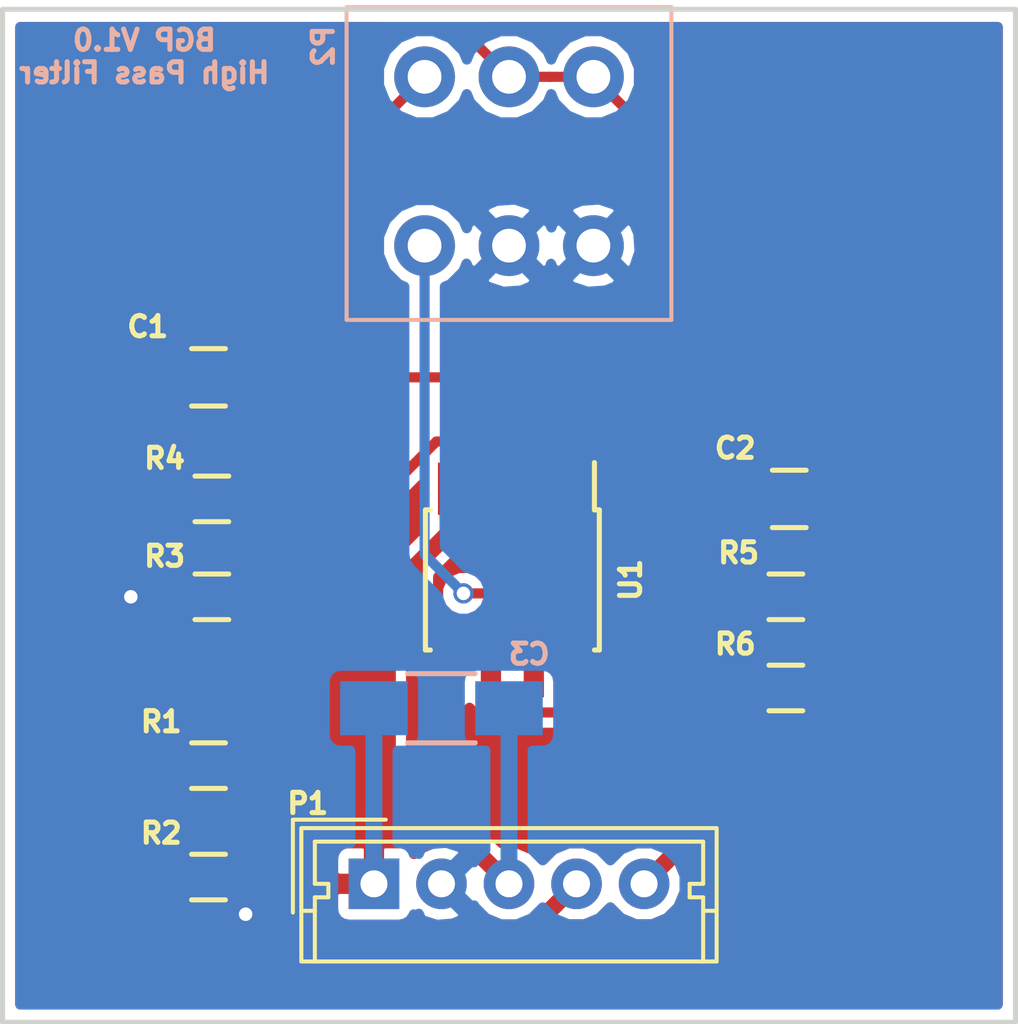
<source format=kicad_pcb>
(kicad_pcb (version 4) (host pcbnew 4.0.4-1.fc24-product)

  (general
    (links 26)
    (no_connects 0)
    (area 139.924999 48.505 170.075001 81.955)
    (thickness 1.6)
    (drawings 9)
    (tracks 71)
    (zones 0)
    (modules 12)
    (nets 12)
  )

  (page A4)
  (layers
    (0 F.Cu signal)
    (31 B.Cu signal)
    (32 B.Adhes user)
    (33 F.Adhes user)
    (34 B.Paste user)
    (35 F.Paste user)
    (36 B.SilkS user)
    (37 F.SilkS user)
    (38 B.Mask user)
    (39 F.Mask user)
    (40 Dwgs.User user)
    (41 Cmts.User user)
    (42 Eco1.User user)
    (43 Eco2.User user)
    (44 Edge.Cuts user)
    (45 Margin user)
    (46 B.CrtYd user)
    (47 F.CrtYd user)
    (48 B.Fab user)
    (49 F.Fab user)
  )

  (setup
    (last_trace_width 0.3)
    (trace_clearance 0.3)
    (zone_clearance 0.3)
    (zone_45_only no)
    (trace_min 0.3)
    (segment_width 0.2)
    (edge_width 0.15)
    (via_size 0.6)
    (via_drill 0.4)
    (via_min_size 0.4)
    (via_min_drill 0.3)
    (uvia_size 0.3)
    (uvia_drill 0.1)
    (uvias_allowed no)
    (uvia_min_size 0.2)
    (uvia_min_drill 0.1)
    (pcb_text_width 0.3)
    (pcb_text_size 1.5 1.5)
    (mod_edge_width 0.15)
    (mod_text_size 0.6 0.6)
    (mod_text_width 0.15)
    (pad_size 1.524 1.524)
    (pad_drill 0.762)
    (pad_to_mask_clearance 0.2)
    (aux_axis_origin 0 0)
    (visible_elements 7FFFFFFF)
    (pcbplotparams
      (layerselection 0x010f0_80000001)
      (usegerberextensions true)
      (excludeedgelayer true)
      (linewidth 0.100000)
      (plotframeref false)
      (viasonmask false)
      (mode 1)
      (useauxorigin false)
      (hpglpennumber 1)
      (hpglpenspeed 20)
      (hpglpendiameter 15)
      (hpglpenoverlay 2)
      (psnegative false)
      (psa4output false)
      (plotreference true)
      (plotvalue true)
      (plotinvisibletext false)
      (padsonsilk false)
      (subtractmaskfromsilk false)
      (outputformat 1)
      (mirror false)
      (drillshape 0)
      (scaleselection 1)
      (outputdirectory ../../GERBER/HPF_1/))
  )

  (net 0 "")
  (net 1 /VP_2)
  (net 2 /VP_1)
  (net 3 "Net-(C2-Pad1)")
  (net 4 /V+)
  (net 5 /V-)
  (net 6 Earth)
  (net 7 /IN)
  (net 8 /OUT)
  (net 9 "Net-(R1-Pad1)")
  (net 10 /VF_1)
  (net 11 "Net-(R6-Pad2)")

  (net_class Default "This is the default net class."
    (clearance 0.3)
    (trace_width 0.3)
    (via_dia 0.6)
    (via_drill 0.4)
    (uvia_dia 0.3)
    (uvia_drill 0.1)
    (add_net /VF_1)
    (add_net /VP_1)
    (add_net /VP_2)
    (add_net "Net-(C2-Pad1)")
    (add_net "Net-(R1-Pad1)")
    (add_net "Net-(R6-Pad2)")
  )

  (net_class PWR ""
    (clearance 0.3)
    (trace_width 0.5)
    (via_dia 0.6)
    (via_drill 0.4)
    (uvia_dia 0.3)
    (uvia_drill 0.1)
    (add_net /IN)
    (add_net /OUT)
    (add_net /V+)
    (add_net /V-)
    (add_net Earth)
  )

  (module LIBS:Potentiometer_Alps_RK097_Double_Vertical_Dual_Shaft (layer B.Cu) (tedit 5A5807DD) (tstamp 5A580992)
    (at 152.5 52 90)
    (descr "Potentiometer, vertically mounted, Omeg PC16PU, Omeg PC16PU, Omeg PC16PU, Vishay/Spectrol 248GJ/249GJ Single, Vishay/Spectrol 248GJ/249GJ Single, Vishay/Spectrol 248GJ/249GJ Single, Vishay/Spectrol 248GH/249GH Single, Vishay/Spectrol 148/149 Single, Vishay/Spectrol 148/149 Single, Vishay/Spectrol 148/149 Single, Vishay/Spectrol 148A/149A Single with mounting plates, Vishay/Spectrol 148/149 Double, Vishay/Spectrol 148A/149A Double with mounting plates, Piher PC-16 Single, Piher PC-16 Single, Piher PC-16 Single, Piher PC-16SV Single, Piher PC-16 Double, Piher PC-16 Triple, Piher T16H Single, Piher T16L Single, Piher T16H Double, Alps RK163 Single, Alps RK163 Double, Alps RK097 Single, Alps RK097 Double, http://www.alps.com/prod/info/E/HTML/Potentiometer/RotaryPotentiometers/RK097/RK09712100AV.html")
    (tags "Potentiometer vertical  Omeg PC16PU  Omeg PC16PU  Omeg PC16PU  Vishay/Spectrol 248GJ/249GJ Single  Vishay/Spectrol 248GJ/249GJ Single  Vishay/Spectrol 248GJ/249GJ Single  Vishay/Spectrol 248GH/249GH Single  Vishay/Spectrol 148/149 Single  Vishay/Spectrol 148/149 Single  Vishay/Spectrol 148/149 Single  Vishay/Spectrol 148A/149A Single with mounting plates  Vishay/Spectrol 148/149 Double  Vishay/Spectrol 148A/149A Double with mounting plates  Piher PC-16 Single  Piher PC-16 Single  Piher PC-16 Single  Piher PC-16SV Single  Piher PC-16 Double  Piher PC-16 Triple  Piher T16H Single  Piher T16L Single  Piher T16H Double  Alps RK163 Single  Alps RK163 Double  Alps RK097 Single  Alps RK097 Double Dual Shaft")
    (path /5A532055)
    (fp_text reference P2 (at 0.9 -3 90) (layer B.SilkS)
      (effects (font (size 0.6 0.6) (thickness 0.15)) (justify mirror))
    )
    (fp_text value CONN_01X06 (at 2.7 2.3 180) (layer B.Fab) hide
      (effects (font (size 0.6 0.6) (thickness 0.15)) (justify mirror))
    )
    (fp_line (start -7.0908 7.25) (end -7.0908 -2.25) (layer B.Fab) (width 0.1))
    (fp_line (start -7.08 -2.25) (end 2 -2.25) (layer B.Fab) (width 0.1))
    (fp_line (start 2 -2.25) (end 2 7.25) (layer B.Fab) (width 0.1))
    (fp_line (start 2 7.25) (end -7.08 7.25) (layer B.Fab) (width 0.1))
    (fp_line (start -7.2 7.31) (end 2.06 7.31) (layer B.SilkS) (width 0.12))
    (fp_line (start -7.2 -2.31) (end 2.06 -2.31) (layer B.SilkS) (width 0.12))
    (fp_line (start -7.2 7.31) (end -7.2 -2.31) (layer B.SilkS) (width 0.12))
    (fp_line (start 2.06 7.31) (end 2.06 -2.31) (layer B.SilkS) (width 0.12))
    (fp_line (start -7.39 7.5) (end -7.39 -2.5) (layer B.CrtYd) (width 0.05))
    (fp_line (start -7.39 -2.5) (end 2.25 -2.5) (layer B.CrtYd) (width 0.05))
    (fp_line (start 2.25 -2.5) (end 2.25 7.5) (layer B.CrtYd) (width 0.05))
    (fp_line (start 2.25 7.5) (end -7.39 7.5) (layer B.CrtYd) (width 0.05))
    (pad 3 thru_hole circle (at 0 5 90) (size 1.8 1.8) (drill 1) (layers *.Cu *.Mask)
      (net 1 /VP_2))
    (pad 2 thru_hole circle (at 0 2.5 90) (size 1.8 1.8) (drill 1) (layers *.Cu *.Mask)
      (net 1 /VP_2))
    (pad 1 thru_hole circle (at 0 0 90) (size 1.8 1.8) (drill 1) (layers *.Cu *.Mask)
      (net 2 /VP_1))
    (pad 6 thru_hole circle (at -5 5 90) (size 1.8 1.8) (drill 1) (layers *.Cu *.Mask)
      (net 6 Earth))
    (pad 5 thru_hole circle (at -5 2.5 90) (size 1.8 1.8) (drill 1) (layers *.Cu *.Mask)
      (net 6 Earth))
    (pad 4 thru_hole circle (at -5 0 90) (size 1.8 1.8) (drill 1) (layers *.Cu *.Mask)
      (net 10 /VF_1))
    (model Potentiometers.3dshapes/Potentiometer_Alps_RK097_Double_Vertical.wrl
      (at (xyz 0 0 0))
      (scale (xyz 0.393701 0.393701 0.393701))
      (rotate (xyz 0 0 0))
    )
  )

  (module Capacitors_SMD:C_0805_HandSoldering (layer F.Cu) (tedit 5A52C8DD) (tstamp 5A52C7BE)
    (at 146.1 60.9)
    (descr "Capacitor SMD 0805, hand soldering")
    (tags "capacitor 0805")
    (path /5A4D95B1)
    (attr smd)
    (fp_text reference C1 (at -1.8 -1.5) (layer F.SilkS)
      (effects (font (size 0.6 0.6) (thickness 0.15)))
    )
    (fp_text value 100p (at 0 2.1) (layer F.Fab) hide
      (effects (font (size 0.6 0.6) (thickness 0.15)))
    )
    (fp_line (start -2.3 -1) (end 2.3 -1) (layer F.CrtYd) (width 0.05))
    (fp_line (start -2.3 1) (end 2.3 1) (layer F.CrtYd) (width 0.05))
    (fp_line (start -2.3 -1) (end -2.3 1) (layer F.CrtYd) (width 0.05))
    (fp_line (start 2.3 -1) (end 2.3 1) (layer F.CrtYd) (width 0.05))
    (fp_line (start 0.5 -0.85) (end -0.5 -0.85) (layer F.SilkS) (width 0.15))
    (fp_line (start -0.5 0.85) (end 0.5 0.85) (layer F.SilkS) (width 0.15))
    (pad 1 smd rect (at -1.25 0) (size 1.5 1.25) (layers F.Cu F.Paste F.Mask)
      (net 1 /VP_2))
    (pad 2 smd rect (at 1.25 0) (size 1.5 1.25) (layers F.Cu F.Paste F.Mask)
      (net 2 /VP_1))
    (model Capacitors_SMD.3dshapes/C_0805_HandSoldering.wrl
      (at (xyz 0 0 0))
      (scale (xyz 1 1 1))
      (rotate (xyz 0 0 0))
    )
  )

  (module Capacitors_SMD:C_0805_HandSoldering (layer F.Cu) (tedit 5A52CA23) (tstamp 5A52C7C4)
    (at 163.3 64.5 180)
    (descr "Capacitor SMD 0805, hand soldering")
    (tags "capacitor 0805")
    (path /5A4D9666)
    (attr smd)
    (fp_text reference C2 (at 1.6 1.5 180) (layer F.SilkS)
      (effects (font (size 0.6 0.6) (thickness 0.15)))
    )
    (fp_text value 2.7n (at 0 2.1 180) (layer F.Fab) hide
      (effects (font (size 0.6 0.6) (thickness 0.15)))
    )
    (fp_line (start -2.3 -1) (end 2.3 -1) (layer F.CrtYd) (width 0.05))
    (fp_line (start -2.3 1) (end 2.3 1) (layer F.CrtYd) (width 0.05))
    (fp_line (start -2.3 -1) (end -2.3 1) (layer F.CrtYd) (width 0.05))
    (fp_line (start 2.3 -1) (end 2.3 1) (layer F.CrtYd) (width 0.05))
    (fp_line (start 0.5 -0.85) (end -0.5 -0.85) (layer F.SilkS) (width 0.15))
    (fp_line (start -0.5 0.85) (end 0.5 0.85) (layer F.SilkS) (width 0.15))
    (pad 1 smd rect (at -1.25 0 180) (size 1.5 1.25) (layers F.Cu F.Paste F.Mask)
      (net 3 "Net-(C2-Pad1)"))
    (pad 2 smd rect (at 1.25 0 180) (size 1.5 1.25) (layers F.Cu F.Paste F.Mask)
      (net 1 /VP_2))
    (model Capacitors_SMD.3dshapes/C_0805_HandSoldering.wrl
      (at (xyz 0 0 0))
      (scale (xyz 1 1 1))
      (rotate (xyz 0 0 0))
    )
  )

  (module Capacitors_SMD:C_1206_HandSoldering (layer B.Cu) (tedit 5A52C874) (tstamp 5A52C7CA)
    (at 153 70.7)
    (descr "Capacitor SMD 1206, hand soldering")
    (tags "capacitor 1206")
    (path /5A4DC564)
    (attr smd)
    (fp_text reference C3 (at 2.6 -1.6) (layer B.SilkS)
      (effects (font (size 0.6 0.6) (thickness 0.15)) (justify mirror))
    )
    (fp_text value 10u (at 0 -2.3) (layer B.Fab) hide
      (effects (font (size 0.6 0.6) (thickness 0.15)) (justify mirror))
    )
    (fp_line (start -3.3 1.15) (end 3.3 1.15) (layer B.CrtYd) (width 0.05))
    (fp_line (start -3.3 -1.15) (end 3.3 -1.15) (layer B.CrtYd) (width 0.05))
    (fp_line (start -3.3 1.15) (end -3.3 -1.15) (layer B.CrtYd) (width 0.05))
    (fp_line (start 3.3 1.15) (end 3.3 -1.15) (layer B.CrtYd) (width 0.05))
    (fp_line (start 1 1.025) (end -1 1.025) (layer B.SilkS) (width 0.15))
    (fp_line (start -1 -1.025) (end 1 -1.025) (layer B.SilkS) (width 0.15))
    (pad 1 smd rect (at -2 0) (size 2 1.6) (layers B.Cu B.Paste B.Mask)
      (net 4 /V+))
    (pad 2 smd rect (at 2 0) (size 2 1.6) (layers B.Cu B.Paste B.Mask)
      (net 5 /V-))
    (model Capacitors_SMD.3dshapes/C_1206_HandSoldering.wrl
      (at (xyz 0 0 0))
      (scale (xyz 1 1 1))
      (rotate (xyz 0 0 0))
    )
  )

  (module Resistors_SMD:R_0603_HandSoldering (layer F.Cu) (tedit 5A52C8A2) (tstamp 5A52C7D9)
    (at 146.1 72.4)
    (descr "Resistor SMD 0603, hand soldering")
    (tags "resistor 0603")
    (path /5A4D9360)
    (attr smd)
    (fp_text reference R1 (at -1.4 -1.3) (layer F.SilkS)
      (effects (font (size 0.6 0.6) (thickness 0.15)))
    )
    (fp_text value 1k (at 0 1.9) (layer F.Fab) hide
      (effects (font (size 0.6 0.6) (thickness 0.15)))
    )
    (fp_line (start -2 -0.8) (end 2 -0.8) (layer F.CrtYd) (width 0.05))
    (fp_line (start -2 0.8) (end 2 0.8) (layer F.CrtYd) (width 0.05))
    (fp_line (start -2 -0.8) (end -2 0.8) (layer F.CrtYd) (width 0.05))
    (fp_line (start 2 -0.8) (end 2 0.8) (layer F.CrtYd) (width 0.05))
    (fp_line (start 0.5 0.675) (end -0.5 0.675) (layer F.SilkS) (width 0.15))
    (fp_line (start -0.5 -0.675) (end 0.5 -0.675) (layer F.SilkS) (width 0.15))
    (pad 1 smd rect (at -1.1 0) (size 1.2 0.9) (layers F.Cu F.Paste F.Mask)
      (net 9 "Net-(R1-Pad1)"))
    (pad 2 smd rect (at 1.1 0) (size 1.2 0.9) (layers F.Cu F.Paste F.Mask)
      (net 7 /IN))
    (model Resistors_SMD.3dshapes/R_0603_HandSoldering.wrl
      (at (xyz 0 0 0))
      (scale (xyz 1 1 1))
      (rotate (xyz 0 0 0))
    )
  )

  (module Resistors_SMD:R_0603_HandSoldering (layer F.Cu) (tedit 5A52C8A4) (tstamp 5A52C7DF)
    (at 146.1 75.7 180)
    (descr "Resistor SMD 0603, hand soldering")
    (tags "resistor 0603")
    (path /5A530608)
    (attr smd)
    (fp_text reference R2 (at 1.4 1.3 180) (layer F.SilkS)
      (effects (font (size 0.6 0.6) (thickness 0.15)))
    )
    (fp_text value 100k (at 0 1.9 180) (layer F.Fab) hide
      (effects (font (size 0.6 0.6) (thickness 0.15)))
    )
    (fp_line (start -2 -0.8) (end 2 -0.8) (layer F.CrtYd) (width 0.05))
    (fp_line (start -2 0.8) (end 2 0.8) (layer F.CrtYd) (width 0.05))
    (fp_line (start -2 -0.8) (end -2 0.8) (layer F.CrtYd) (width 0.05))
    (fp_line (start 2 -0.8) (end 2 0.8) (layer F.CrtYd) (width 0.05))
    (fp_line (start 0.5 0.675) (end -0.5 0.675) (layer F.SilkS) (width 0.15))
    (fp_line (start -0.5 -0.675) (end 0.5 -0.675) (layer F.SilkS) (width 0.15))
    (pad 1 smd rect (at -1.1 0 180) (size 1.2 0.9) (layers F.Cu F.Paste F.Mask)
      (net 6 Earth))
    (pad 2 smd rect (at 1.1 0 180) (size 1.2 0.9) (layers F.Cu F.Paste F.Mask)
      (net 9 "Net-(R1-Pad1)"))
    (model Resistors_SMD.3dshapes/R_0603_HandSoldering.wrl
      (at (xyz 0 0 0))
      (scale (xyz 1 1 1))
      (rotate (xyz 0 0 0))
    )
  )

  (module Resistors_SMD:R_0603_HandSoldering (layer F.Cu) (tedit 5A52C8CA) (tstamp 5A52C7E5)
    (at 146.2 67.4)
    (descr "Resistor SMD 0603, hand soldering")
    (tags "resistor 0603")
    (path /5A4D9450)
    (attr smd)
    (fp_text reference R3 (at -1.4 -1.2) (layer F.SilkS)
      (effects (font (size 0.6 0.6) (thickness 0.15)))
    )
    (fp_text value 4.99k (at 0 1.9) (layer F.Fab) hide
      (effects (font (size 0.6 0.6) (thickness 0.15)))
    )
    (fp_line (start -2 -0.8) (end 2 -0.8) (layer F.CrtYd) (width 0.05))
    (fp_line (start -2 0.8) (end 2 0.8) (layer F.CrtYd) (width 0.05))
    (fp_line (start -2 -0.8) (end -2 0.8) (layer F.CrtYd) (width 0.05))
    (fp_line (start 2 -0.8) (end 2 0.8) (layer F.CrtYd) (width 0.05))
    (fp_line (start 0.5 0.675) (end -0.5 0.675) (layer F.SilkS) (width 0.15))
    (fp_line (start -0.5 -0.675) (end 0.5 -0.675) (layer F.SilkS) (width 0.15))
    (pad 1 smd rect (at -1.1 0) (size 1.2 0.9) (layers F.Cu F.Paste F.Mask)
      (net 6 Earth))
    (pad 2 smd rect (at 1.1 0) (size 1.2 0.9) (layers F.Cu F.Paste F.Mask)
      (net 2 /VP_1))
    (model Resistors_SMD.3dshapes/R_0603_HandSoldering.wrl
      (at (xyz 0 0 0))
      (scale (xyz 1 1 1))
      (rotate (xyz 0 0 0))
    )
  )

  (module Resistors_SMD:R_0603_HandSoldering (layer F.Cu) (tedit 5A52C8CD) (tstamp 5A52C7EB)
    (at 146.2 64.5)
    (descr "Resistor SMD 0603, hand soldering")
    (tags "resistor 0603")
    (path /5A4D9702)
    (attr smd)
    (fp_text reference R4 (at -1.4 -1.2) (layer F.SilkS)
      (effects (font (size 0.6 0.6) (thickness 0.15)))
    )
    (fp_text value 24.9k (at 0 1.9) (layer F.Fab) hide
      (effects (font (size 0.6 0.6) (thickness 0.15)))
    )
    (fp_line (start -2 -0.8) (end 2 -0.8) (layer F.CrtYd) (width 0.05))
    (fp_line (start -2 0.8) (end 2 0.8) (layer F.CrtYd) (width 0.05))
    (fp_line (start -2 -0.8) (end -2 0.8) (layer F.CrtYd) (width 0.05))
    (fp_line (start 2 -0.8) (end 2 0.8) (layer F.CrtYd) (width 0.05))
    (fp_line (start 0.5 0.675) (end -0.5 0.675) (layer F.SilkS) (width 0.15))
    (fp_line (start -0.5 -0.675) (end 0.5 -0.675) (layer F.SilkS) (width 0.15))
    (pad 1 smd rect (at -1.1 0) (size 1.2 0.9) (layers F.Cu F.Paste F.Mask)
      (net 1 /VP_2))
    (pad 2 smd rect (at 1.1 0) (size 1.2 0.9) (layers F.Cu F.Paste F.Mask)
      (net 2 /VP_1))
    (model Resistors_SMD.3dshapes/R_0603_HandSoldering.wrl
      (at (xyz 0 0 0))
      (scale (xyz 1 1 1))
      (rotate (xyz 0 0 0))
    )
  )

  (module Resistors_SMD:R_0603_HandSoldering (layer F.Cu) (tedit 5A52CA20) (tstamp 5A52C7F1)
    (at 163.2 67.4 180)
    (descr "Resistor SMD 0603, hand soldering")
    (tags "resistor 0603")
    (path /5A4D985F)
    (attr smd)
    (fp_text reference R5 (at 1.4 1.3 180) (layer F.SilkS)
      (effects (font (size 0.6 0.6) (thickness 0.15)))
    )
    (fp_text value 10k (at 0 1.9 180) (layer F.Fab) hide
      (effects (font (size 0.6 0.6) (thickness 0.15)))
    )
    (fp_line (start -2 -0.8) (end 2 -0.8) (layer F.CrtYd) (width 0.05))
    (fp_line (start -2 0.8) (end 2 0.8) (layer F.CrtYd) (width 0.05))
    (fp_line (start -2 -0.8) (end -2 0.8) (layer F.CrtYd) (width 0.05))
    (fp_line (start 2 -0.8) (end 2 0.8) (layer F.CrtYd) (width 0.05))
    (fp_line (start 0.5 0.675) (end -0.5 0.675) (layer F.SilkS) (width 0.15))
    (fp_line (start -0.5 -0.675) (end 0.5 -0.675) (layer F.SilkS) (width 0.15))
    (pad 1 smd rect (at -1.1 0 180) (size 1.2 0.9) (layers F.Cu F.Paste F.Mask)
      (net 3 "Net-(C2-Pad1)"))
    (pad 2 smd rect (at 1.1 0 180) (size 1.2 0.9) (layers F.Cu F.Paste F.Mask)
      (net 10 /VF_1))
    (model Resistors_SMD.3dshapes/R_0603_HandSoldering.wrl
      (at (xyz 0 0 0))
      (scale (xyz 1 1 1))
      (rotate (xyz 0 0 0))
    )
  )

  (module Resistors_SMD:R_0603_HandSoldering (layer F.Cu) (tedit 5A52C98D) (tstamp 5A52C7F7)
    (at 163.2 70.1 180)
    (descr "Resistor SMD 0603, hand soldering")
    (tags "resistor 0603")
    (path /5A4DA2EE)
    (attr smd)
    (fp_text reference R6 (at 1.5 1.3 180) (layer F.SilkS)
      (effects (font (size 0.6 0.6) (thickness 0.15)))
    )
    (fp_text value 100 (at 0 1.9 180) (layer F.Fab) hide
      (effects (font (size 0.6 0.6) (thickness 0.15)))
    )
    (fp_line (start -2 -0.8) (end 2 -0.8) (layer F.CrtYd) (width 0.05))
    (fp_line (start -2 0.8) (end 2 0.8) (layer F.CrtYd) (width 0.05))
    (fp_line (start -2 -0.8) (end -2 0.8) (layer F.CrtYd) (width 0.05))
    (fp_line (start 2 -0.8) (end 2 0.8) (layer F.CrtYd) (width 0.05))
    (fp_line (start 0.5 0.675) (end -0.5 0.675) (layer F.SilkS) (width 0.15))
    (fp_line (start -0.5 -0.675) (end 0.5 -0.675) (layer F.SilkS) (width 0.15))
    (pad 1 smd rect (at -1.1 0 180) (size 1.2 0.9) (layers F.Cu F.Paste F.Mask)
      (net 8 /OUT))
    (pad 2 smd rect (at 1.1 0 180) (size 1.2 0.9) (layers F.Cu F.Paste F.Mask)
      (net 11 "Net-(R6-Pad2)"))
    (model Resistors_SMD.3dshapes/R_0603_HandSoldering.wrl
      (at (xyz 0 0 0))
      (scale (xyz 1 1 1))
      (rotate (xyz 0 0 0))
    )
  )

  (module Housings_SOIC:SOIC-8_3.9x4.9mm_Pitch1.27mm (layer F.Cu) (tedit 5A52C846) (tstamp 5A52C803)
    (at 155.1 66.9 270)
    (descr "8-Lead Plastic Small Outline (SN) - Narrow, 3.90 mm Body [SOIC] (see Microchip Packaging Specification 00000049BS.pdf)")
    (tags "SOIC 1.27")
    (path /5A4D93D4)
    (attr smd)
    (fp_text reference U1 (at 0 -3.5 270) (layer F.SilkS)
      (effects (font (size 0.6 0.6) (thickness 0.15)))
    )
    (fp_text value OPA2170 (at 0 3.5 270) (layer F.Fab) hide
      (effects (font (size 0.6 0.6) (thickness 0.15)))
    )
    (fp_line (start -3.75 -2.75) (end -3.75 2.75) (layer F.CrtYd) (width 0.05))
    (fp_line (start 3.75 -2.75) (end 3.75 2.75) (layer F.CrtYd) (width 0.05))
    (fp_line (start -3.75 -2.75) (end 3.75 -2.75) (layer F.CrtYd) (width 0.05))
    (fp_line (start -3.75 2.75) (end 3.75 2.75) (layer F.CrtYd) (width 0.05))
    (fp_line (start -2.075 -2.575) (end -2.075 -2.43) (layer F.SilkS) (width 0.15))
    (fp_line (start 2.075 -2.575) (end 2.075 -2.43) (layer F.SilkS) (width 0.15))
    (fp_line (start 2.075 2.575) (end 2.075 2.43) (layer F.SilkS) (width 0.15))
    (fp_line (start -2.075 2.575) (end -2.075 2.43) (layer F.SilkS) (width 0.15))
    (fp_line (start -2.075 -2.575) (end 2.075 -2.575) (layer F.SilkS) (width 0.15))
    (fp_line (start -2.075 2.575) (end 2.075 2.575) (layer F.SilkS) (width 0.15))
    (fp_line (start -2.075 -2.43) (end -3.475 -2.43) (layer F.SilkS) (width 0.15))
    (pad 1 smd rect (at -2.7 -1.905 270) (size 1.55 0.6) (layers F.Cu F.Paste F.Mask)
      (net 1 /VP_2))
    (pad 2 smd rect (at -2.7 -0.635 270) (size 1.55 0.6) (layers F.Cu F.Paste F.Mask)
      (net 2 /VP_1))
    (pad 3 smd rect (at -2.7 0.635 270) (size 1.55 0.6) (layers F.Cu F.Paste F.Mask)
      (net 9 "Net-(R1-Pad1)"))
    (pad 4 smd rect (at -2.7 1.905 270) (size 1.55 0.6) (layers F.Cu F.Paste F.Mask)
      (net 5 /V-))
    (pad 5 smd rect (at 2.7 1.905 270) (size 1.55 0.6) (layers F.Cu F.Paste F.Mask)
      (net 3 "Net-(C2-Pad1)"))
    (pad 6 smd rect (at 2.7 0.635 270) (size 1.55 0.6) (layers F.Cu F.Paste F.Mask)
      (net 11 "Net-(R6-Pad2)"))
    (pad 7 smd rect (at 2.7 -0.635 270) (size 1.55 0.6) (layers F.Cu F.Paste F.Mask)
      (net 11 "Net-(R6-Pad2)"))
    (pad 8 smd rect (at 2.7 -1.905 270) (size 1.55 0.6) (layers F.Cu F.Paste F.Mask)
      (net 4 /V+))
    (model Housings_SOIC.3dshapes/SOIC-8_3.9x4.9mm_Pitch1.27mm.wrl
      (at (xyz 0 0 0))
      (scale (xyz 1 1 1))
      (rotate (xyz 0 0 0))
    )
  )

  (module Connectors_Molex:Molex_MicroLatch-53253-0570_05x2.00mm_Straight (layer F.Cu) (tedit 5A579C3D) (tstamp 5A579CA0)
    (at 151 75.9)
    (descr "Molex Micro-Latch connector, PN:53253-0570, top entry type, through hole")
    (tags "conn molex micro latch")
    (path /5A4DA958)
    (fp_text reference P1 (at -1.96 -2.38) (layer F.SilkS)
      (effects (font (size 0.6 0.6) (thickness 0.15)))
    )
    (fp_text value CONN_01X05 (at 3.63 5.2) (layer F.Fab) hide
      (effects (font (size 0.6 0.6) (thickness 0.15)))
    )
    (fp_line (start -2 -1.5) (end -2 2.15) (layer F.Fab) (width 0.1))
    (fp_line (start -2 2.15) (end 10 2.15) (layer F.Fab) (width 0.1))
    (fp_line (start 10 2.15) (end 10 -1.5) (layer F.Fab) (width 0.1))
    (fp_line (start 10 -1.5) (end -2 -1.5) (layer F.Fab) (width 0.1))
    (fp_line (start -2.6 -2.1) (end -2.6 2.75) (layer F.CrtYd) (width 0.05))
    (fp_line (start -2.6 2.75) (end 10.65 2.75) (layer F.CrtYd) (width 0.05))
    (fp_line (start 10.65 2.75) (end 10.65 -2.1) (layer F.CrtYd) (width 0.05))
    (fp_line (start 10.65 -2.1) (end -2.6 -2.1) (layer F.CrtYd) (width 0.05))
    (fp_line (start -2.15 -1.65) (end -2.15 2.3) (layer F.SilkS) (width 0.12))
    (fp_line (start -2.15 2.3) (end 10.15 2.3) (layer F.SilkS) (width 0.12))
    (fp_line (start 10.15 2.3) (end 10.15 -1.65) (layer F.SilkS) (width 0.12))
    (fp_line (start 10.15 -1.65) (end -2.15 -1.65) (layer F.SilkS) (width 0.12))
    (fp_line (start 0.35 -1.9) (end -2.4 -1.9) (layer F.SilkS) (width 0.12))
    (fp_line (start -2.4 -1.9) (end -2.4 0.85) (layer F.SilkS) (width 0.12))
    (fp_line (start 0.35 -1.9) (end -2.4 -1.9) (layer F.Fab) (width 0.1))
    (fp_line (start -2.4 -1.9) (end -2.4 0.85) (layer F.Fab) (width 0.1))
    (fp_line (start -2.15 0.8) (end -1.75 0.8) (layer F.SilkS) (width 0.12))
    (fp_line (start 10.15 0.8) (end 9.75 0.8) (layer F.SilkS) (width 0.12))
    (fp_line (start 4 -1.25) (end -1.75 -1.25) (layer F.SilkS) (width 0.12))
    (fp_line (start -1.75 -1.25) (end -1.75 0) (layer F.SilkS) (width 0.12))
    (fp_line (start -1.75 0) (end -1.35 0) (layer F.SilkS) (width 0.12))
    (fp_line (start -1.35 0) (end -1.35 0.4) (layer F.SilkS) (width 0.12))
    (fp_line (start -1.35 0.4) (end -1.75 0.4) (layer F.SilkS) (width 0.12))
    (fp_line (start -1.75 0.4) (end -1.75 2.3) (layer F.SilkS) (width 0.12))
    (fp_line (start 4 -1.25) (end 9.75 -1.25) (layer F.SilkS) (width 0.12))
    (fp_line (start 9.75 -1.25) (end 9.75 0) (layer F.SilkS) (width 0.12))
    (fp_line (start 9.75 0) (end 9.35 0) (layer F.SilkS) (width 0.12))
    (fp_line (start 9.35 0) (end 9.35 0.4) (layer F.SilkS) (width 0.12))
    (fp_line (start 9.35 0.4) (end 9.75 0.4) (layer F.SilkS) (width 0.12))
    (fp_line (start 9.75 0.4) (end 9.75 2.3) (layer F.SilkS) (width 0.12))
    (fp_text user %R (at 4 1.5) (layer F.Fab) hide
      (effects (font (size 0.6 0.6) (thickness 0.15)))
    )
    (pad 1 thru_hole rect (at 0 0) (size 1.5 1.5) (drill 0.8) (layers *.Cu *.Mask)
      (net 4 /V+))
    (pad 2 thru_hole circle (at 2 0) (size 1.5 1.5) (drill 0.8) (layers *.Cu *.Mask)
      (net 6 Earth))
    (pad 3 thru_hole circle (at 4 0) (size 1.5 1.5) (drill 0.8) (layers *.Cu *.Mask)
      (net 5 /V-))
    (pad 4 thru_hole circle (at 6 0) (size 1.5 1.5) (drill 0.8) (layers *.Cu *.Mask)
      (net 7 /IN))
    (pad 5 thru_hole circle (at 8 0) (size 1.5 1.5) (drill 0.8) (layers *.Cu *.Mask)
      (net 8 /OUT))
    (model ${KISYS3DMOD}/Connectors_Molex.3dshapes/Molex_MicroLatch-53253-0570_05x2.00mm_Straight.wrl
      (at (xyz 0 0 0))
      (scale (xyz 1 1 1))
      (rotate (xyz 0 0 0))
    )
  )

  (gr_text "BGP V1.0\nHigh Pass Filter" (at 144.2 51.4) (layer B.SilkS)
    (effects (font (size 0.6 0.6) (thickness 0.15)) (justify mirror))
  )
  (gr_line (start 169.7 79.7) (end 169.7 50.3) (layer Margin) (width 0.2))
  (gr_line (start 140.3 79.7) (end 169.7 79.7) (layer Margin) (width 0.2))
  (gr_line (start 140.3 50.3) (end 140.3 79.7) (layer Margin) (width 0.2))
  (gr_line (start 169.7 50.3) (end 140.3 50.3) (layer Margin) (width 0.2))
  (gr_line (start 170 80) (end 170 50) (layer Edge.Cuts) (width 0.15))
  (gr_line (start 140 80) (end 170 80) (layer Edge.Cuts) (width 0.15))
  (gr_line (start 140 50) (end 140 80) (layer Edge.Cuts) (width 0.15))
  (gr_line (start 170 50) (end 140 50) (layer Edge.Cuts) (width 0.15))

  (segment (start 157.5 52) (end 156.2 52) (width 0.3) (layer F.Cu) (net 1))
  (segment (start 156.2 52) (end 155 52) (width 0.3) (layer F.Cu) (net 1))
  (segment (start 145.1 61.15) (end 144.85 60.9) (width 0.3) (layer F.Cu) (net 1))
  (segment (start 145.1 64.5) (end 145.1 61.15) (width 0.3) (layer F.Cu) (net 1))
  (segment (start 157.005 63.5873) (end 159.2436 63.5873) (width 0.3) (layer F.Cu) (net 1))
  (segment (start 157.005 64.2) (end 157.005 63.5873) (width 0.3) (layer F.Cu) (net 1))
  (segment (start 160.85 64.5) (end 162.05 64.5) (width 0.3) (layer F.Cu) (net 1))
  (segment (start 159.937 63.5873) (end 160.85 64.5) (width 0.3) (layer F.Cu) (net 1))
  (segment (start 159.2436 63.5873) (end 159.937 63.5873) (width 0.3) (layer F.Cu) (net 1))
  (segment (start 159.2436 53.7436) (end 157.5 52) (width 0.3) (layer F.Cu) (net 1))
  (segment (start 159.2436 63.5873) (end 159.2436 53.7436) (width 0.3) (layer F.Cu) (net 1))
  (segment (start 144.85 57.7203) (end 144.85 60.9) (width 0.3) (layer F.Cu) (net 1))
  (segment (start 151.9595 50.6108) (end 144.85 57.7203) (width 0.3) (layer F.Cu) (net 1))
  (segment (start 153.6108 50.6108) (end 151.9595 50.6108) (width 0.3) (layer F.Cu) (net 1))
  (segment (start 155 52) (end 153.6108 50.6108) (width 0.3) (layer F.Cu) (net 1))
  (segment (start 147.3 62.0253) (end 147.3 64.5) (width 0.3) (layer F.Cu) (net 2))
  (segment (start 147.35 61.9753) (end 147.3 62.0253) (width 0.3) (layer F.Cu) (net 2))
  (segment (start 147.35 60.9) (end 147.35 61.9753) (width 0.3) (layer F.Cu) (net 2))
  (segment (start 147.3 67.4) (end 147.3 64.5) (width 0.3) (layer F.Cu) (net 2))
  (segment (start 153.66 60.9) (end 149.4 60.9) (width 0.3) (layer F.Cu) (net 2))
  (segment (start 155.735 62.9747) (end 153.66 60.9) (width 0.3) (layer F.Cu) (net 2))
  (segment (start 155.735 64.2) (end 155.735 62.9747) (width 0.3) (layer F.Cu) (net 2))
  (segment (start 149.4 60.9) (end 147.35 60.9) (width 0.3) (layer F.Cu) (net 2))
  (segment (start 149.4 55.1) (end 152.5 52) (width 0.3) (layer F.Cu) (net 2))
  (segment (start 149.4 60.9) (end 149.4 55.1) (width 0.3) (layer F.Cu) (net 2))
  (segment (start 163.775 68.3747) (end 164.3 67.8501) (width 0.3) (layer F.Cu) (net 3))
  (segment (start 153.525 68.3747) (end 163.775 68.3747) (width 0.3) (layer F.Cu) (net 3))
  (segment (start 153.195 68.705) (end 153.525 68.3747) (width 0.3) (layer F.Cu) (net 3))
  (segment (start 153.195 69.6) (end 153.195 68.705) (width 0.3) (layer F.Cu) (net 3))
  (segment (start 164.3 67.4) (end 164.3 67.8501) (width 0.3) (layer F.Cu) (net 3))
  (segment (start 164.55 67.6001) (end 164.55 64.5) (width 0.3) (layer F.Cu) (net 3))
  (segment (start 164.3 67.8501) (end 164.55 67.6001) (width 0.3) (layer F.Cu) (net 3))
  (segment (start 151 70.7) (end 151 75.9) (width 0.5) (layer B.Cu) (net 4))
  (segment (start 152.2 73.1) (end 155 75.9) (width 0.5) (layer F.Cu) (net 5))
  (segment (start 152.2 66.5203) (end 152.2 73.1) (width 0.5) (layer F.Cu) (net 5))
  (segment (start 153.195 65.5253) (end 152.2 66.5203) (width 0.5) (layer F.Cu) (net 5))
  (segment (start 153.195 64.2) (end 153.195 65.5253) (width 0.5) (layer F.Cu) (net 5))
  (segment (start 155 75.9) (end 155 70.7) (width 0.5) (layer B.Cu) (net 5))
  (via (at 147.2 76.8) (size 0.6) (layers F.Cu B.Cu) (net 6))
  (via (at 143.8 67.4) (size 0.6) (layers F.Cu B.Cu) (net 6))
  (segment (start 147.2 75.7) (end 147.2 76.8) (width 0.5) (layer F.Cu) (net 6))
  (segment (start 145.1 67.4) (end 143.8 67.4) (width 0.5) (layer F.Cu) (net 6))
  (segment (start 155.685 77.2148) (end 157 75.9) (width 0.5) (layer F.Cu) (net 7))
  (segment (start 149.962 77.2148) (end 155.685 77.2148) (width 0.5) (layer F.Cu) (net 7))
  (segment (start 149.1 76.3528) (end 149.962 77.2148) (width 0.5) (layer F.Cu) (net 7))
  (segment (start 149.1 73.4) (end 149.1 76.3528) (width 0.5) (layer F.Cu) (net 7))
  (segment (start 148.1 72.4) (end 149.1 73.4) (width 0.5) (layer F.Cu) (net 7))
  (segment (start 147.2 72.4) (end 148.1 72.4) (width 0.5) (layer F.Cu) (net 7))
  (segment (start 163.8 71.1003) (end 159 75.9) (width 0.5) (layer F.Cu) (net 8))
  (segment (start 164.3 71.1003) (end 163.8 71.1003) (width 0.5) (layer F.Cu) (net 8))
  (segment (start 164.3 70.1) (end 164.3 71.1003) (width 0.5) (layer F.Cu) (net 8))
  (segment (start 145 71.6) (end 145 72.4) (width 0.3) (layer F.Cu) (net 9))
  (segment (start 150.6 66) (end 145 71.6) (width 0.3) (layer F.Cu) (net 9))
  (segment (start 150.6 65.0505) (end 150.6 66) (width 0.3) (layer F.Cu) (net 9))
  (segment (start 152.85 62.8) (end 150.6 65.0505) (width 0.3) (layer F.Cu) (net 9))
  (segment (start 153.8 62.8) (end 152.85 62.8) (width 0.3) (layer F.Cu) (net 9))
  (segment (start 154.465 63.465) (end 153.8 62.8) (width 0.3) (layer F.Cu) (net 9))
  (segment (start 154.465 64.2) (end 154.465 63.465) (width 0.3) (layer F.Cu) (net 9))
  (segment (start 145 75.7) (end 145 72.4) (width 0.3) (layer F.Cu) (net 9))
  (via (at 153.6513 67.2986) (size 0.6) (layers F.Cu B.Cu) (net 10))
  (segment (start 152.5 66.1473) (end 153.6513 67.2986) (width 0.3) (layer B.Cu) (net 10))
  (segment (start 152.5 57) (end 152.5 66.1473) (width 0.3) (layer B.Cu) (net 10))
  (segment (start 160.9483 67.2986) (end 161.0497 67.4) (width 0.3) (layer F.Cu) (net 10))
  (segment (start 153.6513 67.2986) (end 160.9483 67.2986) (width 0.3) (layer F.Cu) (net 10))
  (segment (start 162.1 67.4) (end 161.0497 67.4) (width 0.3) (layer F.Cu) (net 10))
  (segment (start 154.465 70.8253) (end 155.735 70.8253) (width 0.3) (layer F.Cu) (net 11))
  (segment (start 154.465 69.6) (end 154.465 70.8253) (width 0.3) (layer F.Cu) (net 11))
  (segment (start 155.735 69.6) (end 155.735 70.8253) (width 0.3) (layer F.Cu) (net 11))
  (segment (start 160.324 70.8253) (end 155.735 70.8253) (width 0.3) (layer F.Cu) (net 11))
  (segment (start 161.05 70.1) (end 160.324 70.8253) (width 0.3) (layer F.Cu) (net 11))
  (segment (start 162.1 70.1) (end 161.05 70.1) (width 0.3) (layer F.Cu) (net 11))

  (zone (net 6) (net_name Earth) (layer B.Cu) (tstamp 5A52CA72) (hatch edge 0.508)
    (connect_pads (clearance 0.3))
    (min_thickness 0.3)
    (fill yes (arc_segments 16) (thermal_gap 0.3) (thermal_bridge_width 0.6))
    (polygon
      (pts
        (xy 169.7 50.3) (xy 140.3 50.3) (xy 140.3 79.7) (xy 169.7 79.7)
      )
    )
    (filled_polygon
      (pts
        (xy 169.475 79.475) (xy 140.525 79.475) (xy 140.525 69.9) (xy 149.541184 69.9) (xy 149.541184 71.5)
        (xy 149.572562 71.66676) (xy 149.671117 71.819919) (xy 149.821495 71.922668) (xy 150 71.958816) (xy 150.3 71.958816)
        (xy 150.3 74.691184) (xy 150.25 74.691184) (xy 150.08324 74.722562) (xy 149.930081 74.821117) (xy 149.827332 74.971495)
        (xy 149.791184 75.15) (xy 149.791184 76.65) (xy 149.822562 76.81676) (xy 149.921117 76.969919) (xy 150.071495 77.072668)
        (xy 150.25 77.108816) (xy 151.75 77.108816) (xy 151.91676 77.077438) (xy 152.069919 76.978883) (xy 152.172668 76.828505)
        (xy 152.177668 76.803816) (xy 152.242993 76.869141) (xy 152.327658 76.784476) (xy 152.407617 76.97054) (xy 152.862388 77.115745)
        (xy 153.338108 77.075864) (xy 153.592383 76.97054) (xy 153.672343 76.784475) (xy 153 76.112132) (xy 152.985858 76.126275)
        (xy 152.773726 75.914143) (xy 152.787868 75.9) (xy 153.212132 75.9) (xy 153.884475 76.572343) (xy 153.965091 76.537699)
        (xy 153.982097 76.578857) (xy 154.319367 76.916717) (xy 154.760258 77.099791) (xy 155.237647 77.100207) (xy 155.678857 76.917903)
        (xy 156.000265 76.597057) (xy 156.319367 76.916717) (xy 156.760258 77.099791) (xy 157.237647 77.100207) (xy 157.678857 76.917903)
        (xy 158.000265 76.597057) (xy 158.319367 76.916717) (xy 158.760258 77.099791) (xy 159.237647 77.100207) (xy 159.678857 76.917903)
        (xy 160.016717 76.580633) (xy 160.199791 76.139742) (xy 160.200207 75.662353) (xy 160.017903 75.221143) (xy 159.680633 74.883283)
        (xy 159.239742 74.700209) (xy 158.762353 74.699793) (xy 158.321143 74.882097) (xy 157.999735 75.202943) (xy 157.680633 74.883283)
        (xy 157.239742 74.700209) (xy 156.762353 74.699793) (xy 156.321143 74.882097) (xy 155.999735 75.202943) (xy 155.7 74.902684)
        (xy 155.7 71.958816) (xy 156 71.958816) (xy 156.16676 71.927438) (xy 156.319919 71.828883) (xy 156.422668 71.678505)
        (xy 156.458816 71.5) (xy 156.458816 69.9) (xy 156.427438 69.73324) (xy 156.328883 69.580081) (xy 156.178505 69.477332)
        (xy 156 69.441184) (xy 154 69.441184) (xy 153.83324 69.472562) (xy 153.680081 69.571117) (xy 153.577332 69.721495)
        (xy 153.541184 69.9) (xy 153.541184 71.5) (xy 153.572562 71.66676) (xy 153.671117 71.819919) (xy 153.821495 71.922668)
        (xy 154 71.958816) (xy 154.3 71.958816) (xy 154.3 74.903203) (xy 153.983283 75.219367) (xy 153.9654 75.262434)
        (xy 153.884475 75.227657) (xy 153.212132 75.9) (xy 152.787868 75.9) (xy 152.773726 75.885858) (xy 152.985858 75.673726)
        (xy 153 75.687868) (xy 153.672343 75.015525) (xy 153.592383 74.82946) (xy 153.137612 74.684255) (xy 152.661892 74.724136)
        (xy 152.407617 74.82946) (xy 152.327658 75.015524) (xy 152.242993 74.930859) (xy 152.179524 74.994328) (xy 152.177438 74.98324)
        (xy 152.078883 74.830081) (xy 151.928505 74.727332) (xy 151.75 74.691184) (xy 151.7 74.691184) (xy 151.7 71.958816)
        (xy 152 71.958816) (xy 152.16676 71.927438) (xy 152.319919 71.828883) (xy 152.422668 71.678505) (xy 152.458816 71.5)
        (xy 152.458816 69.9) (xy 152.427438 69.73324) (xy 152.328883 69.580081) (xy 152.178505 69.477332) (xy 152 69.441184)
        (xy 150 69.441184) (xy 149.83324 69.472562) (xy 149.680081 69.571117) (xy 149.577332 69.721495) (xy 149.541184 69.9)
        (xy 140.525 69.9) (xy 140.525 57.267353) (xy 151.149766 57.267353) (xy 151.354858 57.763715) (xy 151.734288 58.143807)
        (xy 151.9 58.212617) (xy 151.9 66.1473) (xy 151.945672 66.37691) (xy 152.075736 66.571564) (xy 152.901214 67.397042)
        (xy 152.90117 67.44713) (xy 153.015111 67.722886) (xy 153.225905 67.934048) (xy 153.501461 68.048469) (xy 153.79983 68.04873)
        (xy 154.075586 67.934789) (xy 154.286748 67.723995) (xy 154.401169 67.448439) (xy 154.40143 67.15007) (xy 154.287489 66.874314)
        (xy 154.076695 66.663152) (xy 153.801139 66.548731) (xy 153.749914 66.548686) (xy 153.1 65.898772) (xy 153.1 58.212787)
        (xy 153.263715 58.145142) (xy 153.415625 57.993496) (xy 154.218636 57.993496) (xy 154.317116 58.195105) (xy 154.826444 58.365462)
        (xy 155.362196 58.327939) (xy 155.682884 58.195105) (xy 155.781364 57.993496) (xy 156.718636 57.993496) (xy 156.817116 58.195105)
        (xy 157.326444 58.365462) (xy 157.862196 58.327939) (xy 158.182884 58.195105) (xy 158.281364 57.993496) (xy 157.5 57.212132)
        (xy 156.718636 57.993496) (xy 155.781364 57.993496) (xy 155 57.212132) (xy 154.218636 57.993496) (xy 153.415625 57.993496)
        (xy 153.643807 57.765712) (xy 153.741626 57.530139) (xy 153.804895 57.682884) (xy 154.006504 57.781364) (xy 154.787868 57)
        (xy 155.212132 57) (xy 155.993496 57.781364) (xy 156.195105 57.682884) (xy 156.244153 57.536241) (xy 156.304895 57.682884)
        (xy 156.506504 57.781364) (xy 157.287868 57) (xy 157.712132 57) (xy 158.493496 57.781364) (xy 158.695105 57.682884)
        (xy 158.865462 57.173556) (xy 158.827939 56.637804) (xy 158.695105 56.317116) (xy 158.493496 56.218636) (xy 157.712132 57)
        (xy 157.287868 57) (xy 156.506504 56.218636) (xy 156.304895 56.317116) (xy 156.255847 56.463759) (xy 156.195105 56.317116)
        (xy 155.993496 56.218636) (xy 155.212132 57) (xy 154.787868 57) (xy 154.006504 56.218636) (xy 153.804895 56.317116)
        (xy 153.748369 56.486115) (xy 153.645142 56.236285) (xy 153.415762 56.006504) (xy 154.218636 56.006504) (xy 155 56.787868)
        (xy 155.781364 56.006504) (xy 156.718636 56.006504) (xy 157.5 56.787868) (xy 158.281364 56.006504) (xy 158.182884 55.804895)
        (xy 157.673556 55.634538) (xy 157.137804 55.672061) (xy 156.817116 55.804895) (xy 156.718636 56.006504) (xy 155.781364 56.006504)
        (xy 155.682884 55.804895) (xy 155.173556 55.634538) (xy 154.637804 55.672061) (xy 154.317116 55.804895) (xy 154.218636 56.006504)
        (xy 153.415762 56.006504) (xy 153.265712 55.856193) (xy 152.76971 55.650235) (xy 152.232647 55.649766) (xy 151.736285 55.854858)
        (xy 151.356193 56.234288) (xy 151.150235 56.73029) (xy 151.149766 57.267353) (xy 140.525 57.267353) (xy 140.525 52.267353)
        (xy 151.149766 52.267353) (xy 151.354858 52.763715) (xy 151.734288 53.143807) (xy 152.23029 53.349765) (xy 152.767353 53.350234)
        (xy 153.263715 53.145142) (xy 153.643807 52.765712) (xy 153.750007 52.509955) (xy 153.854858 52.763715) (xy 154.234288 53.143807)
        (xy 154.73029 53.349765) (xy 155.267353 53.350234) (xy 155.763715 53.145142) (xy 156.143807 52.765712) (xy 156.250007 52.509955)
        (xy 156.354858 52.763715) (xy 156.734288 53.143807) (xy 157.23029 53.349765) (xy 157.767353 53.350234) (xy 158.263715 53.145142)
        (xy 158.643807 52.765712) (xy 158.849765 52.26971) (xy 158.850234 51.732647) (xy 158.645142 51.236285) (xy 158.265712 50.856193)
        (xy 157.76971 50.650235) (xy 157.232647 50.649766) (xy 156.736285 50.854858) (xy 156.356193 51.234288) (xy 156.249993 51.490045)
        (xy 156.145142 51.236285) (xy 155.765712 50.856193) (xy 155.26971 50.650235) (xy 154.732647 50.649766) (xy 154.236285 50.854858)
        (xy 153.856193 51.234288) (xy 153.749993 51.490045) (xy 153.645142 51.236285) (xy 153.265712 50.856193) (xy 152.76971 50.650235)
        (xy 152.232647 50.649766) (xy 151.736285 50.854858) (xy 151.356193 51.234288) (xy 151.150235 51.73029) (xy 151.149766 52.267353)
        (xy 140.525 52.267353) (xy 140.525 50.525) (xy 169.475 50.525)
      )
    )
  )
  (zone (net 4) (net_name /V+) (layer F.Cu) (tstamp 5A52CA73) (hatch edge 0.508)
    (connect_pads (clearance 0.3))
    (min_thickness 0.3)
    (fill yes (arc_segments 16) (thermal_gap 0.3) (thermal_bridge_width 0.6))
    (polygon
      (pts
        (xy 169.7 50.3) (xy 140.3 50.3) (xy 140.3 79.7) (xy 169.7 79.7)
      )
    )
    (filled_polygon
      (pts
        (xy 144.425736 57.296036) (xy 144.295672 57.49069) (xy 144.25 57.7203) (xy 144.25 59.816184) (xy 144.1 59.816184)
        (xy 143.93324 59.847562) (xy 143.780081 59.946117) (xy 143.677332 60.096495) (xy 143.641184 60.275) (xy 143.641184 61.525)
        (xy 143.672562 61.69176) (xy 143.771117 61.844919) (xy 143.921495 61.947668) (xy 144.1 61.983816) (xy 144.5 61.983816)
        (xy 144.5 63.591184) (xy 144.33324 63.622562) (xy 144.180081 63.721117) (xy 144.077332 63.871495) (xy 144.041184 64.05)
        (xy 144.041184 64.95) (xy 144.072562 65.11676) (xy 144.171117 65.269919) (xy 144.321495 65.372668) (xy 144.5 65.408816)
        (xy 145.7 65.408816) (xy 145.86676 65.377438) (xy 146.019919 65.278883) (xy 146.122668 65.128505) (xy 146.158816 64.95)
        (xy 146.158816 64.05) (xy 146.127438 63.88324) (xy 146.028883 63.730081) (xy 145.878505 63.627332) (xy 145.7 63.591184)
        (xy 145.7 61.965) (xy 145.76676 61.952438) (xy 145.919919 61.853883) (xy 146.022668 61.703505) (xy 146.058816 61.525)
        (xy 146.058816 60.275) (xy 146.027438 60.10824) (xy 145.928883 59.955081) (xy 145.778505 59.852332) (xy 145.6 59.816184)
        (xy 145.45 59.816184) (xy 145.45 57.968828) (xy 151.150266 52.268562) (xy 151.218286 52.433186) (xy 148.975736 54.675736)
        (xy 148.845672 54.87039) (xy 148.8 55.1) (xy 148.8 60.3) (xy 148.558816 60.3) (xy 148.558816 60.275)
        (xy 148.527438 60.10824) (xy 148.428883 59.955081) (xy 148.278505 59.852332) (xy 148.1 59.816184) (xy 146.6 59.816184)
        (xy 146.43324 59.847562) (xy 146.280081 59.946117) (xy 146.177332 60.096495) (xy 146.141184 60.275) (xy 146.141184 61.525)
        (xy 146.172562 61.69176) (xy 146.271117 61.844919) (xy 146.421495 61.947668) (xy 146.6 61.983816) (xy 146.708252 61.983816)
        (xy 146.7 62.0253) (xy 146.7 63.591184) (xy 146.53324 63.622562) (xy 146.380081 63.721117) (xy 146.277332 63.871495)
        (xy 146.241184 64.05) (xy 146.241184 64.95) (xy 146.272562 65.11676) (xy 146.371117 65.269919) (xy 146.521495 65.372668)
        (xy 146.7 65.408816) (xy 146.7 66.491184) (xy 146.53324 66.522562) (xy 146.380081 66.621117) (xy 146.277332 66.771495)
        (xy 146.241184 66.95) (xy 146.241184 67.85) (xy 146.272562 68.01676) (xy 146.371117 68.169919) (xy 146.521495 68.272668)
        (xy 146.7 68.308816) (xy 147.442656 68.308816) (xy 144.575736 71.175736) (xy 144.445672 71.37039) (xy 144.421645 71.491184)
        (xy 144.4 71.491184) (xy 144.23324 71.522562) (xy 144.080081 71.621117) (xy 143.977332 71.771495) (xy 143.941184 71.95)
        (xy 143.941184 72.85) (xy 143.972562 73.01676) (xy 144.071117 73.169919) (xy 144.221495 73.272668) (xy 144.4 73.308816)
        (xy 144.4 74.791184) (xy 144.23324 74.822562) (xy 144.080081 74.921117) (xy 143.977332 75.071495) (xy 143.941184 75.25)
        (xy 143.941184 76.15) (xy 143.972562 76.31676) (xy 144.071117 76.469919) (xy 144.221495 76.572668) (xy 144.4 76.608816)
        (xy 145.6 76.608816) (xy 145.76676 76.577438) (xy 145.919919 76.478883) (xy 146.022668 76.328505) (xy 146.058816 76.15)
        (xy 146.058816 75.25) (xy 146.141184 75.25) (xy 146.141184 76.15) (xy 146.172562 76.31676) (xy 146.271117 76.469919)
        (xy 146.421495 76.572668) (xy 146.477592 76.584028) (xy 146.450131 76.650161) (xy 146.44987 76.94853) (xy 146.563811 77.224286)
        (xy 146.774605 77.435448) (xy 147.050161 77.549869) (xy 147.34853 77.55013) (xy 147.624286 77.436189) (xy 147.835448 77.225395)
        (xy 147.949869 76.949839) (xy 147.95013 76.65147) (xy 147.922947 76.585682) (xy 147.96676 76.577438) (xy 148.119919 76.478883)
        (xy 148.222668 76.328505) (xy 148.258816 76.15) (xy 148.258816 75.25) (xy 148.227438 75.08324) (xy 148.128883 74.930081)
        (xy 147.978505 74.827332) (xy 147.8 74.791184) (xy 146.6 74.791184) (xy 146.43324 74.822562) (xy 146.280081 74.921117)
        (xy 146.177332 75.071495) (xy 146.141184 75.25) (xy 146.058816 75.25) (xy 146.027438 75.08324) (xy 145.928883 74.930081)
        (xy 145.778505 74.827332) (xy 145.6 74.791184) (xy 145.6 73.308816) (xy 145.76676 73.277438) (xy 145.919919 73.178883)
        (xy 146.022668 73.028505) (xy 146.058816 72.85) (xy 146.058816 71.95) (xy 146.027438 71.78324) (xy 145.928883 71.630081)
        (xy 145.863275 71.585253) (xy 151.024264 66.424264) (xy 151.154328 66.22961) (xy 151.2 66) (xy 151.2 65.298989)
        (xy 152.436184 64.06253) (xy 152.436184 64.975) (xy 152.467562 65.14176) (xy 152.495 65.1844) (xy 152.495 65.235351)
        (xy 151.705025 66.025325) (xy 151.553284 66.252421) (xy 151.5 66.5203) (xy 151.5 73.1) (xy 151.553284 73.367879)
        (xy 151.705025 73.594975) (xy 152.809884 74.699834) (xy 152.762353 74.699793) (xy 152.321143 74.882097) (xy 152.183161 75.019838)
        (xy 152.131492 74.895096) (xy 152.004905 74.768509) (xy 151.839511 74.7) (xy 151.2625 74.7) (xy 151.15 74.8125)
        (xy 151.15 75.75) (xy 151.17 75.75) (xy 151.17 76.05) (xy 151.15 76.05) (xy 151.15 76.07)
        (xy 150.85 76.07) (xy 150.85 76.05) (xy 149.9125 76.05) (xy 149.849825 76.112675) (xy 149.8 76.06285)
        (xy 149.8 75.6375) (xy 149.9125 75.75) (xy 150.85 75.75) (xy 150.85 74.8125) (xy 150.7375 74.7)
        (xy 150.160489 74.7) (xy 149.995095 74.768509) (xy 149.868508 74.895096) (xy 149.8 75.06049) (xy 149.8 73.400005)
        (xy 149.800001 73.4) (xy 149.746716 73.132121) (xy 149.627918 72.954328) (xy 149.594975 72.905025) (xy 149.594972 72.905023)
        (xy 148.594975 71.905025) (xy 148.367879 71.753284) (xy 148.184718 71.716851) (xy 148.128883 71.630081) (xy 147.978505 71.527332)
        (xy 147.8 71.491184) (xy 146.6 71.491184) (xy 146.43324 71.522562) (xy 146.280081 71.621117) (xy 146.177332 71.771495)
        (xy 146.141184 71.95) (xy 146.141184 72.85) (xy 146.172562 73.01676) (xy 146.271117 73.169919) (xy 146.421495 73.272668)
        (xy 146.6 73.308816) (xy 147.8 73.308816) (xy 147.96676 73.277438) (xy 147.979372 73.269322) (xy 148.4 73.689949)
        (xy 148.4 76.3528) (xy 148.453284 76.620679) (xy 148.605025 76.847775) (xy 149.467025 77.709775) (xy 149.694121 77.861516)
        (xy 149.962 77.9148) (xy 155.685 77.9148) (xy 155.819463 77.888054) (xy 155.95283 77.861536) (xy 155.952852 77.861521)
        (xy 155.952878 77.861516) (xy 156.068605 77.78419) (xy 156.179937 77.709812) (xy 156.179972 77.709777) (xy 156.179975 77.709775)
        (xy 156.179977 77.709772) (xy 156.790025 77.099817) (xy 157.237647 77.100207) (xy 157.678857 76.917903) (xy 158.000265 76.597057)
        (xy 158.319367 76.916717) (xy 158.760258 77.099791) (xy 159.237647 77.100207) (xy 159.678857 76.917903) (xy 160.016717 76.580633)
        (xy 160.199791 76.139742) (xy 160.200183 75.68981) (xy 164.089936 71.8003) (xy 164.3 71.8003) (xy 164.567878 71.747016)
        (xy 164.794975 71.595275) (xy 164.946716 71.368178) (xy 165 71.1003) (xy 165 70.99) (xy 165.06676 70.977438)
        (xy 165.219919 70.878883) (xy 165.322668 70.728505) (xy 165.358816 70.55) (xy 165.358816 69.65) (xy 165.327438 69.48324)
        (xy 165.228883 69.330081) (xy 165.078505 69.227332) (xy 164.9 69.191184) (xy 163.7 69.191184) (xy 163.53324 69.222562)
        (xy 163.380081 69.321117) (xy 163.277332 69.471495) (xy 163.241184 69.65) (xy 163.241184 70.55) (xy 163.260055 70.650293)
        (xy 159.209912 74.700183) (xy 158.762353 74.699793) (xy 158.321143 74.882097) (xy 157.999735 75.202943) (xy 157.680633 74.883283)
        (xy 157.239742 74.700209) (xy 156.762353 74.699793) (xy 156.321143 74.882097) (xy 155.999735 75.202943) (xy 155.680633 74.883283)
        (xy 155.239742 74.700209) (xy 154.789767 74.699817) (xy 152.9 72.81005) (xy 152.9 70.833816) (xy 153.495 70.833816)
        (xy 153.66176 70.802438) (xy 153.814919 70.703883) (xy 153.828806 70.683558) (xy 153.836117 70.694919) (xy 153.865 70.714654)
        (xy 153.865 70.8253) (xy 153.910672 71.05491) (xy 154.040736 71.249564) (xy 154.23539 71.379628) (xy 154.465 71.4253)
        (xy 160.324 71.4253) (xy 160.438124 71.4026) (xy 160.553343 71.379739) (xy 160.553467 71.379657) (xy 160.55361 71.379628)
        (xy 160.650256 71.315051) (xy 160.748059 71.249769) (xy 161.154353 70.843867) (xy 161.171117 70.869919) (xy 161.321495 70.972668)
        (xy 161.5 71.008816) (xy 162.7 71.008816) (xy 162.86676 70.977438) (xy 163.019919 70.878883) (xy 163.122668 70.728505)
        (xy 163.158816 70.55) (xy 163.158816 69.65) (xy 163.127438 69.48324) (xy 163.028883 69.330081) (xy 162.878505 69.227332)
        (xy 162.7 69.191184) (xy 161.5 69.191184) (xy 161.33324 69.222562) (xy 161.180081 69.321117) (xy 161.077332 69.471495)
        (xy 161.07156 69.5) (xy 161.05 69.5) (xy 160.934876 69.522899) (xy 160.820657 69.545562) (xy 160.820536 69.545643)
        (xy 160.82039 69.545672) (xy 160.723502 69.61041) (xy 160.62594 69.675531) (xy 160.075641 70.2253) (xy 157.755 70.2253)
        (xy 157.755 69.8625) (xy 157.6425 69.75) (xy 157.155 69.75) (xy 157.155 69.77) (xy 156.855 69.77)
        (xy 156.855 69.75) (xy 156.835 69.75) (xy 156.835 69.45) (xy 156.855 69.45) (xy 156.855 69.43)
        (xy 157.155 69.43) (xy 157.155 69.45) (xy 157.6425 69.45) (xy 157.755 69.3375) (xy 157.755 68.9747)
        (xy 163.775 68.9747) (xy 163.890245 68.951776) (xy 164.004399 68.929115) (xy 164.004495 68.929051) (xy 164.00461 68.929028)
        (xy 164.10196 68.863981) (xy 164.199102 68.799126) (xy 164.689786 68.308816) (xy 164.9 68.308816) (xy 165.06676 68.277438)
        (xy 165.219919 68.178883) (xy 165.322668 68.028505) (xy 165.358816 67.85) (xy 165.358816 66.95) (xy 165.327438 66.78324)
        (xy 165.228883 66.630081) (xy 165.15 66.576182) (xy 165.15 65.583816) (xy 165.3 65.583816) (xy 165.46676 65.552438)
        (xy 165.619919 65.453883) (xy 165.722668 65.303505) (xy 165.758816 65.125) (xy 165.758816 63.875) (xy 165.727438 63.70824)
        (xy 165.628883 63.555081) (xy 165.478505 63.452332) (xy 165.3 63.416184) (xy 163.8 63.416184) (xy 163.63324 63.447562)
        (xy 163.480081 63.546117) (xy 163.377332 63.696495) (xy 163.341184 63.875) (xy 163.341184 65.125) (xy 163.372562 65.29176)
        (xy 163.471117 65.444919) (xy 163.621495 65.547668) (xy 163.8 65.583816) (xy 163.95 65.583816) (xy 163.95 66.491184)
        (xy 163.7 66.491184) (xy 163.53324 66.522562) (xy 163.380081 66.621117) (xy 163.277332 66.771495) (xy 163.241184 66.95)
        (xy 163.241184 67.7747) (xy 163.158816 67.7747) (xy 163.158816 66.95) (xy 163.127438 66.78324) (xy 163.028883 66.630081)
        (xy 162.878505 66.527332) (xy 162.7 66.491184) (xy 161.5 66.491184) (xy 161.33324 66.522562) (xy 161.180081 66.621117)
        (xy 161.105741 66.729917) (xy 160.9483 66.6986) (xy 154.112081 66.6986) (xy 154.076695 66.663152) (xy 153.801139 66.548731)
        (xy 153.50277 66.54847) (xy 153.227014 66.662411) (xy 153.015852 66.873205) (xy 152.901431 67.148761) (xy 152.90117 67.44713)
        (xy 153.015111 67.722886) (xy 153.185635 67.893708) (xy 153.100736 67.950436) (xy 153.10066 67.95055) (xy 153.100543 67.950628)
        (xy 152.9 68.151354) (xy 152.9 66.81025) (xy 153.689972 66.020277) (xy 153.689975 66.020275) (xy 153.841716 65.793178)
        (xy 153.895 65.5253) (xy 153.895 65.335152) (xy 153.986495 65.397668) (xy 154.165 65.433816) (xy 154.765 65.433816)
        (xy 154.93176 65.402438) (xy 155.084919 65.303883) (xy 155.098806 65.283558) (xy 155.106117 65.294919) (xy 155.256495 65.397668)
        (xy 155.435 65.433816) (xy 156.035 65.433816) (xy 156.20176 65.402438) (xy 156.354919 65.303883) (xy 156.368806 65.283558)
        (xy 156.376117 65.294919) (xy 156.526495 65.397668) (xy 156.705 65.433816) (xy 157.305 65.433816) (xy 157.47176 65.402438)
        (xy 157.624919 65.303883) (xy 157.727668 65.153505) (xy 157.763816 64.975) (xy 157.763816 64.1873) (xy 159.68853 64.1873)
        (xy 160.425806 64.924334) (xy 160.524038 64.989947) (xy 160.62039 65.054328) (xy 160.620439 65.054338) (xy 160.620481 65.054366)
        (xy 160.73589 65.077302) (xy 160.841184 65.098246) (xy 160.841184 65.125) (xy 160.872562 65.29176) (xy 160.971117 65.444919)
        (xy 161.121495 65.547668) (xy 161.3 65.583816) (xy 162.8 65.583816) (xy 162.96676 65.552438) (xy 163.119919 65.453883)
        (xy 163.222668 65.303505) (xy 163.258816 65.125) (xy 163.258816 63.875) (xy 163.227438 63.70824) (xy 163.128883 63.555081)
        (xy 162.978505 63.452332) (xy 162.8 63.416184) (xy 161.3 63.416184) (xy 161.13324 63.447562) (xy 160.980081 63.546117)
        (xy 160.884461 63.686061) (xy 160.361194 63.162966) (xy 160.262962 63.097353) (xy 160.16661 63.032972) (xy 160.166561 63.032962)
        (xy 160.166519 63.032934) (xy 160.05111 63.009998) (xy 159.937 62.9873) (xy 159.8436 62.9873) (xy 159.8436 53.7436)
        (xy 159.797928 53.51399) (xy 159.667864 53.319336) (xy 158.781834 52.433306) (xy 158.849765 52.26971) (xy 158.850234 51.732647)
        (xy 158.645142 51.236285) (xy 158.265712 50.856193) (xy 157.76971 50.650235) (xy 157.232647 50.649766) (xy 156.736285 50.854858)
        (xy 156.356193 51.234288) (xy 156.287383 51.4) (xy 156.212787 51.4) (xy 156.145142 51.236285) (xy 155.765712 50.856193)
        (xy 155.26971 50.650235) (xy 154.732647 50.649766) (xy 154.566814 50.718286) (xy 154.373528 50.525) (xy 169.475 50.525)
        (xy 169.475 79.475) (xy 140.525 79.475) (xy 140.525 67.54853) (xy 143.04987 67.54853) (xy 143.163811 67.824286)
        (xy 143.374605 68.035448) (xy 143.650161 68.149869) (xy 143.94853 68.15013) (xy 144.069853 68.1) (xy 144.126125 68.1)
        (xy 144.171117 68.169919) (xy 144.321495 68.272668) (xy 144.5 68.308816) (xy 145.7 68.308816) (xy 145.86676 68.277438)
        (xy 146.019919 68.178883) (xy 146.122668 68.028505) (xy 146.158816 67.85) (xy 146.158816 66.95) (xy 146.127438 66.78324)
        (xy 146.028883 66.630081) (xy 145.878505 66.527332) (xy 145.7 66.491184) (xy 144.5 66.491184) (xy 144.33324 66.522562)
        (xy 144.180081 66.621117) (xy 144.126182 66.7) (xy 144.069937 66.7) (xy 143.949839 66.650131) (xy 143.65147 66.64987)
        (xy 143.375714 66.763811) (xy 143.164552 66.974605) (xy 143.050131 67.250161) (xy 143.04987 67.54853) (xy 140.525 67.54853)
        (xy 140.525 50.525) (xy 151.196772 50.525)
      )
    )
  )
)

</source>
